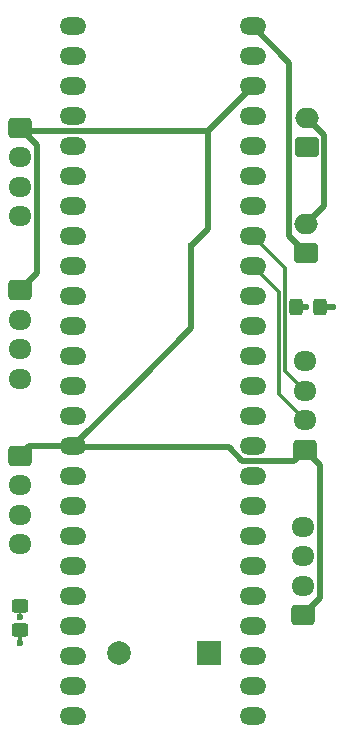
<source format=gbr>
%TF.GenerationSoftware,KiCad,Pcbnew,8.0.8*%
%TF.CreationDate,2025-02-07T05:57:41-05:00*%
%TF.ProjectId,mcu-board,6d63752d-626f-4617-9264-2e6b69636164,rev?*%
%TF.SameCoordinates,Original*%
%TF.FileFunction,Copper,L1,Top*%
%TF.FilePolarity,Positive*%
%FSLAX46Y46*%
G04 Gerber Fmt 4.6, Leading zero omitted, Abs format (unit mm)*
G04 Created by KiCad (PCBNEW 8.0.8) date 2025-02-07 05:57:41*
%MOMM*%
%LPD*%
G01*
G04 APERTURE LIST*
G04 Aperture macros list*
%AMRoundRect*
0 Rectangle with rounded corners*
0 $1 Rounding radius*
0 $2 $3 $4 $5 $6 $7 $8 $9 X,Y pos of 4 corners*
0 Add a 4 corners polygon primitive as box body*
4,1,4,$2,$3,$4,$5,$6,$7,$8,$9,$2,$3,0*
0 Add four circle primitives for the rounded corners*
1,1,$1+$1,$2,$3*
1,1,$1+$1,$4,$5*
1,1,$1+$1,$6,$7*
1,1,$1+$1,$8,$9*
0 Add four rect primitives between the rounded corners*
20,1,$1+$1,$2,$3,$4,$5,0*
20,1,$1+$1,$4,$5,$6,$7,0*
20,1,$1+$1,$6,$7,$8,$9,0*
20,1,$1+$1,$8,$9,$2,$3,0*%
G04 Aperture macros list end*
%TA.AperFunction,ComponentPad*%
%ADD10RoundRect,0.250000X0.725000X-0.600000X0.725000X0.600000X-0.725000X0.600000X-0.725000X-0.600000X0*%
%TD*%
%TA.AperFunction,ComponentPad*%
%ADD11O,1.950000X1.700000*%
%TD*%
%TA.AperFunction,ComponentPad*%
%ADD12RoundRect,0.250000X0.750000X-0.600000X0.750000X0.600000X-0.750000X0.600000X-0.750000X-0.600000X0*%
%TD*%
%TA.AperFunction,ComponentPad*%
%ADD13O,2.000000X1.700000*%
%TD*%
%TA.AperFunction,ComponentPad*%
%ADD14RoundRect,0.250000X-0.725000X0.600000X-0.725000X-0.600000X0.725000X-0.600000X0.725000X0.600000X0*%
%TD*%
%TA.AperFunction,SMDPad,CuDef*%
%ADD15RoundRect,0.250000X0.450000X-0.325000X0.450000X0.325000X-0.450000X0.325000X-0.450000X-0.325000X0*%
%TD*%
%TA.AperFunction,SMDPad,CuDef*%
%ADD16RoundRect,0.250000X0.325000X0.450000X-0.325000X0.450000X-0.325000X-0.450000X0.325000X-0.450000X0*%
%TD*%
%TA.AperFunction,ComponentPad*%
%ADD17O,2.250000X1.500000*%
%TD*%
%TA.AperFunction,ComponentPad*%
%ADD18R,2.000000X2.000000*%
%TD*%
%TA.AperFunction,ComponentPad*%
%ADD19C,2.000000*%
%TD*%
%TA.AperFunction,ViaPad*%
%ADD20C,0.600000*%
%TD*%
%TA.AperFunction,Conductor*%
%ADD21C,0.300000*%
%TD*%
%TA.AperFunction,Conductor*%
%ADD22C,0.500000*%
%TD*%
%TA.AperFunction,Conductor*%
%ADD23C,0.508000*%
%TD*%
%TA.AperFunction,Conductor*%
%ADD24C,0.200000*%
%TD*%
G04 APERTURE END LIST*
D10*
%TO.P,J8,1,Pin_1*%
%TO.N,+3.3V*%
X177000000Y-91750000D03*
D11*
%TO.P,J8,2,Pin_2*%
%TO.N,/RX8*%
X177000000Y-89250000D03*
%TO.P,J8,3,Pin_3*%
%TO.N,/TX8*%
X177000000Y-86750000D03*
%TO.P,J8,4,Pin_4*%
%TO.N,GND*%
X177000000Y-84250000D03*
%TD*%
D12*
%TO.P,J3,1,Pin_1*%
%TO.N,+5V*%
X177250000Y-61125000D03*
D13*
%TO.P,J3,2,Pin_2*%
%TO.N,Net-(J3-Pin_2)*%
X177250000Y-58625000D03*
%TD*%
D10*
%TO.P,J1,1,Pin_1*%
%TO.N,+3.3V*%
X177125000Y-77750000D03*
D11*
%TO.P,J1,2,Pin_2*%
%TO.N,/SDA0*%
X177125000Y-75250000D03*
%TO.P,J1,3,Pin_3*%
%TO.N,/SCL0*%
X177125000Y-72750000D03*
%TO.P,J1,4,Pin_4*%
%TO.N,GND*%
X177125000Y-70250000D03*
%TD*%
D12*
%TO.P,J4,1,Pin_1*%
%TO.N,GND*%
X177325000Y-52125000D03*
D13*
%TO.P,J4,2,Pin_2*%
%TO.N,Net-(J3-Pin_2)*%
X177325000Y-49625000D03*
%TD*%
D14*
%TO.P,J6,1,Pin_1*%
%TO.N,+3.3V*%
X153000000Y-50500000D03*
D11*
%TO.P,J6,2,Pin_2*%
%TO.N,/RX1*%
X153000000Y-53000000D03*
%TO.P,J6,3,Pin_3*%
%TO.N,/TX1*%
X153000000Y-55500000D03*
%TO.P,J6,4,Pin_4*%
%TO.N,GND*%
X153000000Y-58000000D03*
%TD*%
D14*
%TO.P,J2,1,Pin_1*%
%TO.N,+3.3V*%
X153000000Y-78250000D03*
D11*
%TO.P,J2,2,Pin_2*%
%TO.N,/SDA2*%
X153000000Y-80750000D03*
%TO.P,J2,3,Pin_3*%
%TO.N,/SCL2*%
X153000000Y-83250000D03*
%TO.P,J2,4,Pin_4*%
%TO.N,GND*%
X153000000Y-85750000D03*
%TD*%
D14*
%TO.P,J7,1,Pin_1*%
%TO.N,+3.3V*%
X153000000Y-64250000D03*
D11*
%TO.P,J7,2,Pin_2*%
%TO.N,/RX2*%
X153000000Y-66750000D03*
%TO.P,J7,3,Pin_3*%
%TO.N,/TX2*%
X153000000Y-69250000D03*
%TO.P,J7,4,Pin_4*%
%TO.N,GND*%
X153000000Y-71750000D03*
%TD*%
D15*
%TO.P,D2,1,K*%
%TO.N,GND*%
X153000000Y-93024999D03*
%TO.P,D2,2,A*%
%TO.N,Net-(D2-A)*%
X153000000Y-90975001D03*
%TD*%
D16*
%TO.P,D1,1,K*%
%TO.N,GND*%
X178399999Y-65625000D03*
%TO.P,D1,2,A*%
%TO.N,Net-(D1-A)*%
X176350001Y-65625000D03*
%TD*%
D17*
%TO.P,Teensy4.2,0,GND*%
%TO.N,GND*%
X157480000Y-41910000D03*
%TO.P,Teensy4.2,1,RX1*%
%TO.N,/RX1*%
X157480000Y-44450000D03*
%TO.P,Teensy4.2,2,TX1*%
%TO.N,/TX1*%
X157480000Y-46990000D03*
%TO.P,Teensy4.2,3,PWM*%
%TO.N,unconnected-(Teensy4.2-PWM-Pad3)*%
X157480000Y-49530000D03*
%TO.P,Teensy4.2,4,PWM*%
%TO.N,unconnected-(Teensy4.2-PWM-Pad4)*%
X157480000Y-52070000D03*
%TO.P,Teensy4.2,5,PWM*%
%TO.N,unconnected-(Teensy4.2-PWM-Pad5)*%
X157480000Y-54610000D03*
%TO.P,Teensy4.2,6,PWM*%
%TO.N,unconnected-(Teensy4.2-PWM-Pad6)*%
X157480000Y-57150000D03*
%TO.P,Teensy4.2,7,PWM*%
%TO.N,unconnected-(Teensy4.2-PWM-Pad7)*%
X157480000Y-59690000D03*
%TO.P,Teensy4.2,8,RX2*%
%TO.N,/RX2*%
X157480000Y-62230000D03*
%TO.P,Teensy4.2,9,TX2*%
%TO.N,/TX2*%
X157480000Y-64770000D03*
%TO.P,Teensy4.2,10,PWM*%
%TO.N,unconnected-(Teensy4.2-PWM-Pad10)*%
X157480000Y-67310000D03*
%TO.P,Teensy4.2,11,CS*%
%TO.N,/CS0*%
X157480000Y-69850000D03*
%TO.P,Teensy4.2,12,MOSI*%
%TO.N,/MOSI0*%
X157480000Y-72390000D03*
%TO.P,Teensy4.2,13,MISO*%
%TO.N,/MISO0*%
X157480000Y-74930000D03*
%TO.P,Teensy4.2,14,3.3V*%
%TO.N,+3.3V*%
X157480000Y-77470000D03*
%TO.P,Teensy4.2,15,SCL2*%
%TO.N,/SCL2*%
X157480000Y-80010000D03*
%TO.P,Teensy4.2,16,SDA2*%
%TO.N,/SDA2*%
X157480000Y-82550000D03*
%TO.P,Teensy4.2,17,MOSI1*%
%TO.N,/MOSI1*%
X157480000Y-85090000D03*
%TO.P,Teensy4.2,18,SCK1*%
%TO.N,/SCK1*%
X157480000Y-87630000D03*
%TO.P,Teensy4.2,19,RX7*%
%TO.N,/RX7*%
X157480000Y-90170000D03*
%TO.P,Teensy4.2,20,TX7*%
%TO.N,/TX7*%
X157480000Y-92710000D03*
%TO.P,Teensy4.2,21,GPIO*%
%TO.N,unconnected-(Teensy4.2-GPIO-Pad21)*%
X157480000Y-95250000D03*
%TO.P,Teensy4.2,22,GPIO*%
%TO.N,unconnected-(Teensy4.2-GPIO-Pad22)*%
X157480000Y-97790000D03*
%TO.P,Teensy4.2,23,GPIO*%
%TO.N,Net-(R6-Pad2)*%
X157480000Y-100330000D03*
%TO.P,Teensy4.2,24,PWM*%
%TO.N,Net-(BZ1-+)*%
X172720000Y-100330000D03*
%TO.P,Teensy4.2,25,RX8*%
%TO.N,/RX8*%
X172720000Y-97790000D03*
%TO.P,Teensy4.2,26,TX8*%
%TO.N,/TX8*%
X172720000Y-95250000D03*
%TO.P,Teensy4.2,27,PWM*%
%TO.N,unconnected-(Teensy4.2-PWM-Pad27)*%
X172720000Y-92710000D03*
%TO.P,Teensy4.2,28,PWM*%
%TO.N,unconnected-(Teensy4.2-PWM-Pad28)*%
X172720000Y-90170000D03*
%TO.P,Teensy4.2,29,CS1*%
%TO.N,/CS1*%
X172720000Y-87630000D03*
%TO.P,Teensy4.2,30,MISO*%
%TO.N,/MISO1*%
X172720000Y-85090000D03*
%TO.P,Teensy4.2,31,A16*%
%TO.N,unconnected-(Teensy4.2-A16-Pad31)*%
X172720000Y-82550000D03*
%TO.P,Teensy4.2,32,A17*%
%TO.N,unconnected-(Teensy4.2-A17-Pad32)*%
X172720000Y-80010000D03*
%TO.P,Teensy4.2,33,GND*%
%TO.N,GND*%
X172720000Y-77470000D03*
%TO.P,Teensy4.2,34,SCK*%
%TO.N,N/C*%
X172720000Y-74930000D03*
%TO.P,Teensy4.2,35,A0*%
%TO.N,unconnected-(Teensy4.2-A0-Pad35)*%
X172720000Y-72390000D03*
%TO.P,Teensy4.2,36,A1*%
%TO.N,unconnected-(Teensy4.2-A1-Pad36)*%
X172720000Y-69850000D03*
%TO.P,Teensy4.2,37,A2*%
%TO.N,unconnected-(Teensy4.2-A2-Pad37)*%
X172720000Y-67310000D03*
%TO.P,Teensy4.2,38,A3*%
%TO.N,unconnected-(Teensy4.2-A3-Pad38)*%
X172720000Y-64770000D03*
%TO.P,Teensy4.2,39,SDA*%
%TO.N,/SDA0*%
X172720000Y-62230000D03*
%TO.P,Teensy4.2,40,SCL*%
%TO.N,/SCL0*%
X172720000Y-59690000D03*
%TO.P,Teensy4.2,41,TX5*%
%TO.N,/RX5*%
X172720000Y-57150000D03*
%TO.P,Teensy4.2,42,RX5*%
%TO.N,/TX5*%
X172720000Y-54610000D03*
%TO.P,Teensy4.2,43,PWM*%
%TO.N,unconnected-(Teensy4.2-PWM-Pad43)*%
X172720000Y-52070000D03*
%TO.P,Teensy4.2,44,PWM*%
%TO.N,unconnected-(Teensy4.2-PWM-Pad44)*%
X172720000Y-49530000D03*
%TO.P,Teensy4.2,45,3.3V*%
%TO.N,+3.3V*%
X172720000Y-46990000D03*
%TO.P,Teensy4.2,46,GND*%
%TO.N,GND*%
X172720000Y-44450000D03*
%TO.P,Teensy4.2,47,Vin*%
%TO.N,+5V*%
X172720000Y-41910000D03*
%TD*%
D18*
%TO.P,BZ1,1,+*%
%TO.N,Net-(BZ1-+)*%
X169000000Y-95000000D03*
D19*
%TO.P,BZ1,2,-*%
%TO.N,GND*%
X161399999Y-95000000D03*
%TD*%
D20*
%TO.N,GND*%
X179562499Y-65625000D03*
X153000000Y-94100000D03*
%TO.N,+3.3V*%
X167500000Y-60500000D03*
%TO.N,Net-(D1-A)*%
X177250000Y-65625000D03*
%TO.N,Net-(D2-A)*%
X153002819Y-91900000D03*
%TD*%
D21*
%TO.N,/SCL0*%
X175425001Y-62395001D02*
X175425001Y-71050001D01*
X175425001Y-71050001D02*
X177125000Y-72750000D01*
X172720000Y-59690000D02*
X175425001Y-62395001D01*
%TO.N,GND*%
X153000000Y-93024999D02*
X153000000Y-94100000D01*
D22*
X179562499Y-65625000D02*
X178487498Y-65625000D01*
D21*
%TO.N,/SDA0*%
X174925001Y-64435001D02*
X174925001Y-73050001D01*
X174925001Y-73050001D02*
X177125000Y-75250000D01*
X172720000Y-62230000D02*
X174925001Y-64435001D01*
D22*
%TO.N,+3.3V*%
X153780000Y-77470000D02*
X153000000Y-78250000D01*
X168980000Y-59020000D02*
X167500000Y-60500000D01*
X153000000Y-50500000D02*
X153230000Y-50730000D01*
X176205000Y-78670000D02*
X171847944Y-78670000D01*
X157510000Y-77500000D02*
X157480000Y-77470000D01*
X171847944Y-78670000D02*
X170677944Y-77500000D01*
X167500000Y-67450000D02*
X162975000Y-71975000D01*
X178425000Y-90325000D02*
X178425000Y-79050000D01*
X162250000Y-50730000D02*
X168980000Y-50730000D01*
X168980000Y-58500000D02*
X168980000Y-59020000D01*
X177125000Y-77750000D02*
X176205000Y-78670000D01*
X168980000Y-50730000D02*
X172720000Y-46990000D01*
X154425000Y-62825000D02*
X154425000Y-51925000D01*
X167500000Y-60500000D02*
X167500000Y-67450000D01*
X168980000Y-50730000D02*
X168980000Y-58500000D01*
X177000000Y-91750000D02*
X178425000Y-90325000D01*
X154425000Y-51925000D02*
X153000000Y-50500000D01*
X157480000Y-77470000D02*
X153780000Y-77470000D01*
X178425000Y-79050000D02*
X177125000Y-77750000D01*
X170677944Y-77500000D02*
X157510000Y-77500000D01*
X162975000Y-71975000D02*
X157480000Y-77470000D01*
X153000000Y-64250000D02*
X154425000Y-62825000D01*
X153230000Y-50730000D02*
X162250000Y-50730000D01*
%TO.N,Net-(J3-Pin_2)*%
X178775000Y-57100000D02*
X177250000Y-58625000D01*
X177325000Y-49625000D02*
X178775000Y-51075000D01*
X178775000Y-51075000D02*
X178775000Y-57100000D01*
D21*
%TO.N,Net-(D1-A)*%
X177362498Y-65625000D02*
X176437499Y-65625000D01*
D22*
%TO.N,+5V*%
X175800000Y-59675000D02*
X175800000Y-44990000D01*
X177250000Y-61125000D02*
X175800000Y-59675000D01*
X175800000Y-44990000D02*
X172720000Y-41910000D01*
D23*
X172960000Y-41670000D02*
X172720000Y-41910000D01*
D24*
%TO.N,Net-(D2-A)*%
X153002819Y-91900000D02*
X153000000Y-91897181D01*
X153000000Y-91897181D02*
X153000000Y-90975001D01*
%TD*%
M02*

</source>
